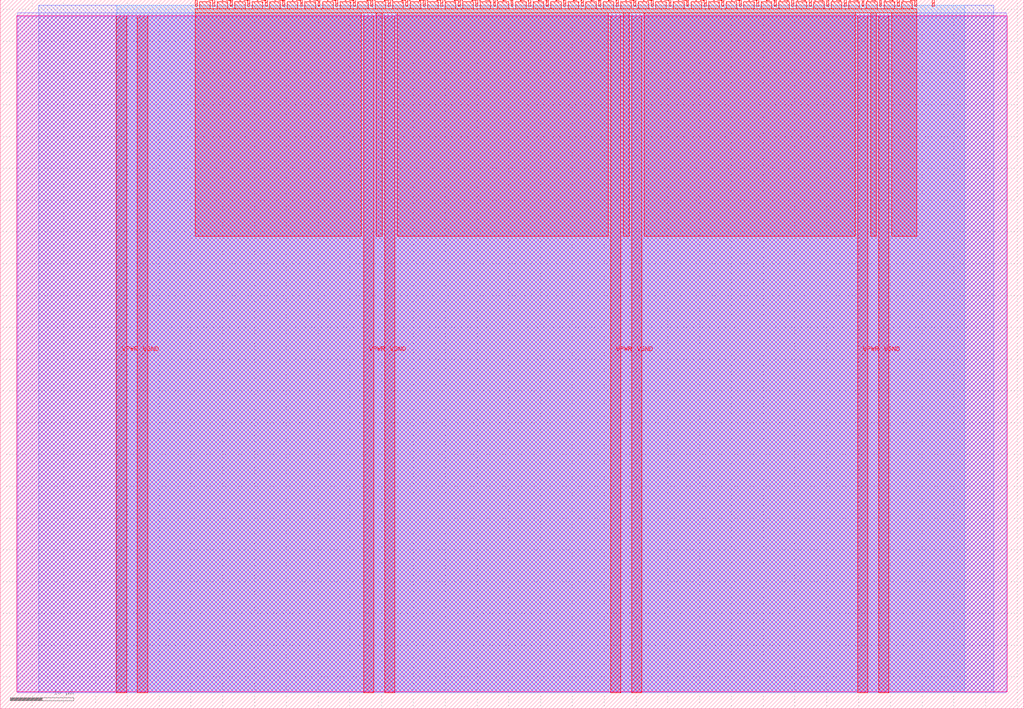
<source format=lef>
VERSION 5.7 ;
  NOWIREEXTENSIONATPIN ON ;
  DIVIDERCHAR "/" ;
  BUSBITCHARS "[]" ;
MACRO tt_um_felixzhou_spi_slave_ctrl
  CLASS BLOCK ;
  FOREIGN tt_um_felixzhou_spi_slave_ctrl ;
  ORIGIN 0.000 0.000 ;
  SIZE 161.000 BY 111.520 ;
  PIN VGND
    DIRECTION INOUT ;
    USE GROUND ;
    PORT
      LAYER met4 ;
        RECT 21.580 2.480 23.180 109.040 ;
    END
    PORT
      LAYER met4 ;
        RECT 60.450 2.480 62.050 109.040 ;
    END
    PORT
      LAYER met4 ;
        RECT 99.320 2.480 100.920 109.040 ;
    END
    PORT
      LAYER met4 ;
        RECT 138.190 2.480 139.790 109.040 ;
    END
  END VGND
  PIN VPWR
    DIRECTION INOUT ;
    USE POWER ;
    PORT
      LAYER met4 ;
        RECT 18.280 2.480 19.880 109.040 ;
    END
    PORT
      LAYER met4 ;
        RECT 57.150 2.480 58.750 109.040 ;
    END
    PORT
      LAYER met4 ;
        RECT 96.020 2.480 97.620 109.040 ;
    END
    PORT
      LAYER met4 ;
        RECT 134.890 2.480 136.490 109.040 ;
    END
  END VPWR
  PIN clk
    DIRECTION INPUT ;
    USE SIGNAL ;
    ANTENNAGATEAREA 0.852000 ;
    PORT
      LAYER met4 ;
        RECT 143.830 110.520 144.130 111.520 ;
    END
  END clk
  PIN ena
    DIRECTION INPUT ;
    USE SIGNAL ;
    PORT
      LAYER met4 ;
        RECT 146.590 110.520 146.890 111.520 ;
    END
  END ena
  PIN rst_n
    DIRECTION INPUT ;
    USE SIGNAL ;
    ANTENNAGATEAREA 0.196500 ;
    PORT
      LAYER met4 ;
        RECT 141.070 110.520 141.370 111.520 ;
    END
  END rst_n
  PIN ui_in[0]
    DIRECTION INPUT ;
    USE SIGNAL ;
    ANTENNAGATEAREA 0.196500 ;
    PORT
      LAYER met4 ;
        RECT 138.310 110.520 138.610 111.520 ;
    END
  END ui_in[0]
  PIN ui_in[1]
    DIRECTION INPUT ;
    USE SIGNAL ;
    ANTENNAGATEAREA 0.196500 ;
    PORT
      LAYER met4 ;
        RECT 135.550 110.520 135.850 111.520 ;
    END
  END ui_in[1]
  PIN ui_in[2]
    DIRECTION INPUT ;
    USE SIGNAL ;
    ANTENNAGATEAREA 0.196500 ;
    PORT
      LAYER met4 ;
        RECT 132.790 110.520 133.090 111.520 ;
    END
  END ui_in[2]
  PIN ui_in[3]
    DIRECTION INPUT ;
    USE SIGNAL ;
    PORT
      LAYER met4 ;
        RECT 130.030 110.520 130.330 111.520 ;
    END
  END ui_in[3]
  PIN ui_in[4]
    DIRECTION INPUT ;
    USE SIGNAL ;
    PORT
      LAYER met4 ;
        RECT 127.270 110.520 127.570 111.520 ;
    END
  END ui_in[4]
  PIN ui_in[5]
    DIRECTION INPUT ;
    USE SIGNAL ;
    PORT
      LAYER met4 ;
        RECT 124.510 110.520 124.810 111.520 ;
    END
  END ui_in[5]
  PIN ui_in[6]
    DIRECTION INPUT ;
    USE SIGNAL ;
    PORT
      LAYER met4 ;
        RECT 121.750 110.520 122.050 111.520 ;
    END
  END ui_in[6]
  PIN ui_in[7]
    DIRECTION INPUT ;
    USE SIGNAL ;
    PORT
      LAYER met4 ;
        RECT 118.990 110.520 119.290 111.520 ;
    END
  END ui_in[7]
  PIN uio_in[0]
    DIRECTION INPUT ;
    USE SIGNAL ;
    PORT
      LAYER met4 ;
        RECT 116.230 110.520 116.530 111.520 ;
    END
  END uio_in[0]
  PIN uio_in[1]
    DIRECTION INPUT ;
    USE SIGNAL ;
    PORT
      LAYER met4 ;
        RECT 113.470 110.520 113.770 111.520 ;
    END
  END uio_in[1]
  PIN uio_in[2]
    DIRECTION INPUT ;
    USE SIGNAL ;
    PORT
      LAYER met4 ;
        RECT 110.710 110.520 111.010 111.520 ;
    END
  END uio_in[2]
  PIN uio_in[3]
    DIRECTION INPUT ;
    USE SIGNAL ;
    PORT
      LAYER met4 ;
        RECT 107.950 110.520 108.250 111.520 ;
    END
  END uio_in[3]
  PIN uio_in[4]
    DIRECTION INPUT ;
    USE SIGNAL ;
    PORT
      LAYER met4 ;
        RECT 105.190 110.520 105.490 111.520 ;
    END
  END uio_in[4]
  PIN uio_in[5]
    DIRECTION INPUT ;
    USE SIGNAL ;
    PORT
      LAYER met4 ;
        RECT 102.430 110.520 102.730 111.520 ;
    END
  END uio_in[5]
  PIN uio_in[6]
    DIRECTION INPUT ;
    USE SIGNAL ;
    PORT
      LAYER met4 ;
        RECT 99.670 110.520 99.970 111.520 ;
    END
  END uio_in[6]
  PIN uio_in[7]
    DIRECTION INPUT ;
    USE SIGNAL ;
    PORT
      LAYER met4 ;
        RECT 96.910 110.520 97.210 111.520 ;
    END
  END uio_in[7]
  PIN uio_oe[0]
    DIRECTION OUTPUT ;
    USE SIGNAL ;
    PORT
      LAYER met4 ;
        RECT 49.990 110.520 50.290 111.520 ;
    END
  END uio_oe[0]
  PIN uio_oe[1]
    DIRECTION OUTPUT ;
    USE SIGNAL ;
    PORT
      LAYER met4 ;
        RECT 47.230 110.520 47.530 111.520 ;
    END
  END uio_oe[1]
  PIN uio_oe[2]
    DIRECTION OUTPUT ;
    USE SIGNAL ;
    PORT
      LAYER met4 ;
        RECT 44.470 110.520 44.770 111.520 ;
    END
  END uio_oe[2]
  PIN uio_oe[3]
    DIRECTION OUTPUT ;
    USE SIGNAL ;
    PORT
      LAYER met4 ;
        RECT 41.710 110.520 42.010 111.520 ;
    END
  END uio_oe[3]
  PIN uio_oe[4]
    DIRECTION OUTPUT ;
    USE SIGNAL ;
    PORT
      LAYER met4 ;
        RECT 38.950 110.520 39.250 111.520 ;
    END
  END uio_oe[4]
  PIN uio_oe[5]
    DIRECTION OUTPUT ;
    USE SIGNAL ;
    PORT
      LAYER met4 ;
        RECT 36.190 110.520 36.490 111.520 ;
    END
  END uio_oe[5]
  PIN uio_oe[6]
    DIRECTION OUTPUT ;
    USE SIGNAL ;
    PORT
      LAYER met4 ;
        RECT 33.430 110.520 33.730 111.520 ;
    END
  END uio_oe[6]
  PIN uio_oe[7]
    DIRECTION OUTPUT ;
    USE SIGNAL ;
    PORT
      LAYER met4 ;
        RECT 30.670 110.520 30.970 111.520 ;
    END
  END uio_oe[7]
  PIN uio_out[0]
    DIRECTION OUTPUT ;
    USE SIGNAL ;
    PORT
      LAYER met4 ;
        RECT 72.070 110.520 72.370 111.520 ;
    END
  END uio_out[0]
  PIN uio_out[1]
    DIRECTION OUTPUT ;
    USE SIGNAL ;
    PORT
      LAYER met4 ;
        RECT 69.310 110.520 69.610 111.520 ;
    END
  END uio_out[1]
  PIN uio_out[2]
    DIRECTION OUTPUT ;
    USE SIGNAL ;
    PORT
      LAYER met4 ;
        RECT 66.550 110.520 66.850 111.520 ;
    END
  END uio_out[2]
  PIN uio_out[3]
    DIRECTION OUTPUT ;
    USE SIGNAL ;
    PORT
      LAYER met4 ;
        RECT 63.790 110.520 64.090 111.520 ;
    END
  END uio_out[3]
  PIN uio_out[4]
    DIRECTION OUTPUT ;
    USE SIGNAL ;
    PORT
      LAYER met4 ;
        RECT 61.030 110.520 61.330 111.520 ;
    END
  END uio_out[4]
  PIN uio_out[5]
    DIRECTION OUTPUT ;
    USE SIGNAL ;
    PORT
      LAYER met4 ;
        RECT 58.270 110.520 58.570 111.520 ;
    END
  END uio_out[5]
  PIN uio_out[6]
    DIRECTION OUTPUT ;
    USE SIGNAL ;
    PORT
      LAYER met4 ;
        RECT 55.510 110.520 55.810 111.520 ;
    END
  END uio_out[6]
  PIN uio_out[7]
    DIRECTION OUTPUT ;
    USE SIGNAL ;
    PORT
      LAYER met4 ;
        RECT 52.750 110.520 53.050 111.520 ;
    END
  END uio_out[7]
  PIN uo_out[0]
    DIRECTION OUTPUT ;
    USE SIGNAL ;
    ANTENNADIFFAREA 0.445500 ;
    PORT
      LAYER met4 ;
        RECT 94.150 110.520 94.450 111.520 ;
    END
  END uo_out[0]
  PIN uo_out[1]
    DIRECTION OUTPUT ;
    USE SIGNAL ;
    ANTENNADIFFAREA 0.445500 ;
    PORT
      LAYER met4 ;
        RECT 91.390 110.520 91.690 111.520 ;
    END
  END uo_out[1]
  PIN uo_out[2]
    DIRECTION OUTPUT ;
    USE SIGNAL ;
    PORT
      LAYER met4 ;
        RECT 88.630 110.520 88.930 111.520 ;
    END
  END uo_out[2]
  PIN uo_out[3]
    DIRECTION OUTPUT ;
    USE SIGNAL ;
    PORT
      LAYER met4 ;
        RECT 85.870 110.520 86.170 111.520 ;
    END
  END uo_out[3]
  PIN uo_out[4]
    DIRECTION OUTPUT ;
    USE SIGNAL ;
    PORT
      LAYER met4 ;
        RECT 83.110 110.520 83.410 111.520 ;
    END
  END uo_out[4]
  PIN uo_out[5]
    DIRECTION OUTPUT ;
    USE SIGNAL ;
    PORT
      LAYER met4 ;
        RECT 80.350 110.520 80.650 111.520 ;
    END
  END uo_out[5]
  PIN uo_out[6]
    DIRECTION OUTPUT ;
    USE SIGNAL ;
    PORT
      LAYER met4 ;
        RECT 77.590 110.520 77.890 111.520 ;
    END
  END uo_out[6]
  PIN uo_out[7]
    DIRECTION OUTPUT ;
    USE SIGNAL ;
    PORT
      LAYER met4 ;
        RECT 74.830 110.520 75.130 111.520 ;
    END
  END uo_out[7]
  OBS
      LAYER nwell ;
        RECT 2.570 2.635 158.430 108.990 ;
      LAYER li1 ;
        RECT 2.760 2.635 158.240 108.885 ;
      LAYER met1 ;
        RECT 2.760 2.480 158.240 109.440 ;
      LAYER met2 ;
        RECT 6.080 2.535 156.300 110.685 ;
      LAYER met3 ;
        RECT 18.290 2.555 151.735 110.665 ;
      LAYER met4 ;
        RECT 31.370 110.120 33.030 111.170 ;
        RECT 34.130 110.120 35.790 111.170 ;
        RECT 36.890 110.120 38.550 111.170 ;
        RECT 39.650 110.120 41.310 111.170 ;
        RECT 42.410 110.120 44.070 111.170 ;
        RECT 45.170 110.120 46.830 111.170 ;
        RECT 47.930 110.120 49.590 111.170 ;
        RECT 50.690 110.120 52.350 111.170 ;
        RECT 53.450 110.120 55.110 111.170 ;
        RECT 56.210 110.120 57.870 111.170 ;
        RECT 58.970 110.120 60.630 111.170 ;
        RECT 61.730 110.120 63.390 111.170 ;
        RECT 64.490 110.120 66.150 111.170 ;
        RECT 67.250 110.120 68.910 111.170 ;
        RECT 70.010 110.120 71.670 111.170 ;
        RECT 72.770 110.120 74.430 111.170 ;
        RECT 75.530 110.120 77.190 111.170 ;
        RECT 78.290 110.120 79.950 111.170 ;
        RECT 81.050 110.120 82.710 111.170 ;
        RECT 83.810 110.120 85.470 111.170 ;
        RECT 86.570 110.120 88.230 111.170 ;
        RECT 89.330 110.120 90.990 111.170 ;
        RECT 92.090 110.120 93.750 111.170 ;
        RECT 94.850 110.120 96.510 111.170 ;
        RECT 97.610 110.120 99.270 111.170 ;
        RECT 100.370 110.120 102.030 111.170 ;
        RECT 103.130 110.120 104.790 111.170 ;
        RECT 105.890 110.120 107.550 111.170 ;
        RECT 108.650 110.120 110.310 111.170 ;
        RECT 111.410 110.120 113.070 111.170 ;
        RECT 114.170 110.120 115.830 111.170 ;
        RECT 116.930 110.120 118.590 111.170 ;
        RECT 119.690 110.120 121.350 111.170 ;
        RECT 122.450 110.120 124.110 111.170 ;
        RECT 125.210 110.120 126.870 111.170 ;
        RECT 127.970 110.120 129.630 111.170 ;
        RECT 130.730 110.120 132.390 111.170 ;
        RECT 133.490 110.120 135.150 111.170 ;
        RECT 136.250 110.120 137.910 111.170 ;
        RECT 139.010 110.120 140.670 111.170 ;
        RECT 141.770 110.120 143.430 111.170 ;
        RECT 30.655 109.440 144.145 110.120 ;
        RECT 30.655 74.295 56.750 109.440 ;
        RECT 59.150 74.295 60.050 109.440 ;
        RECT 62.450 74.295 95.620 109.440 ;
        RECT 98.020 74.295 98.920 109.440 ;
        RECT 101.320 74.295 134.490 109.440 ;
        RECT 136.890 74.295 137.790 109.440 ;
        RECT 140.190 74.295 144.145 109.440 ;
  END
END tt_um_felixzhou_spi_slave_ctrl
END LIBRARY


</source>
